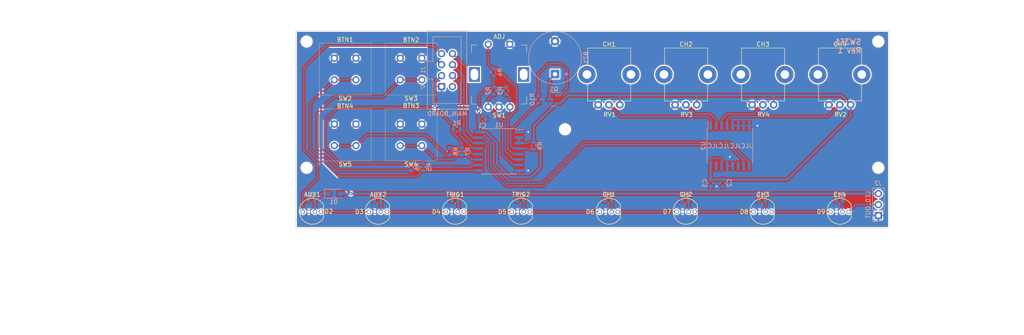
<source format=kicad_pcb>
(kicad_pcb (version 20211014) (generator pcbnew)
  (title_block (title "SW3F1 - Front Panel") (date "2022-11-05") (rev "1") (company "saawsm"))
  (layers (0 "F.Cu" signal) (31 "B.Cu" signal) (34 "B.Paste" user) (35 "F.Paste" user) (36 "B.SilkS" user "B.Silkscreen") (37 "F.SilkS" user "F.Silkscreen") (38 "B.Mask" user) (39 "F.Mask" user) (44 "Edge.Cuts" user))
  (net 0 "")
  (net 1 "Net-(BZ1-Pad1)")
  (net 2 "GND")
  (net 3 "+3.3V")
  (net 4 "/ENC_B")
  (net 5 "/ENC_A")
  (net 6 "+5V")
  (net 7 "Net-(D2-Pad1)")
  (net 8 "/LED_DATA")
  (net 9 "Net-(D4-Pad1)")
  (net 10 "Net-(D6-Pad1)")
  (net 12 "/~{INT}")
  (net 13 "/SCL")
  (net 14 "/SDA")
  (net 15 "Net-(Q1-Pad1)")
  (net 16 "/ENC_SW")
  (net 17 "/BTN1")
  (net 18 "/BTN2")
  (net 19 "/BTN3")
  (net 20 "/BTN4")
  (net 21 "/BUZZER")
  (net 22 "Net-(RV1-Pad2)")
  (net 23 "Net-(RV2-Pad2)")
  (net 24 "Net-(RV3-Pad2)")
  (net 25 "Net-(RV4-Pad2)")
  (net 28 "Net-(D3-Pad1)")
  (net 29 "Net-(D5-Pad1)")
  (net 30 "Net-(D7-Pad1)")
  (net 31 "Net-(C4-Pad2)")
  (net 32 "Net-(D8-Pad1)")
  (net 33 "Net-(D9-Pad1)")
  (footprint "SaawLib:WS2812D-F5" (layer "F.Cu") (at 156.21 124.46)
    (fp_text reference "D6")
    (fp_text value "CH1")
  )
  (footprint "SaawLib:WS2812D-F5" (layer "F.Cu") (at 173.99 124.46)
    (fp_text reference "D7")
    (fp_text value "CH2")
  )
  (footprint "SaawLib:D6C" (layer "F.Cu") (at 110.49 91.44)
    (fp_text reference "SW3")
    (fp_text value "BTN2")
  )
  (footprint "MountingHole:MountingHole_2.2mm_M2" (layer "F.Cu") (at 146.05 105.41)
    (fp_text reference "H5")
    (fp_text value "MountingHole")
  )
  (footprint "SaawLib:Potentiometer_Bourns_PTV09A-1_Single_Vertical" (layer "F.Cu") (at 156.21 92.71)
    (fp_text reference "RV1")
    (fp_text value "CH1")
  )
  (footprint "SaawLib:D6C" (layer "F.Cu") (at 95.25 91.44)
    (fp_text reference "SW2")
    (fp_text value "BTN1")
  )
  (footprint "SaawLib:Potentiometer_Bourns_PTV09A-1_Single_Vertical" (layer "F.Cu") (at 191.77 92.71)
    (fp_text reference "RV4")
    (fp_text value "CH3")
  )
  (footprint "SaawLib:D6C" (layer "F.Cu") (at 110.49 106.68)
    (fp_text reference "SW4")
    (fp_text value "BTN3")
  )
  (footprint "SaawLib:Potentiometer_Bourns_PTV09A-1_Single_Vertical" (layer "F.Cu") (at 209.55 92.71)
    (fp_text reference "RV2")
    (fp_text value "CH4")
  )
  (footprint "SaawLib:D6C" (layer "F.Cu") (at 95.25 106.68)
    (fp_text reference "SW5")
    (fp_text value "BTN4")
  )
  (footprint "SaawLib:WS2812D-F5" (layer "F.Cu") (at 135.89 124.46)
    (fp_text reference "D5")
    (fp_text value "TRIG2")
  )
  (footprint "SaawLib:WS2812D-F5" (layer "F.Cu") (at 102.87 124.46)
    (fp_text reference "D3")
    (fp_text value "AUX2")
  )
  (footprint "SaawLib:WS2812D-F5" (layer "F.Cu") (at 191.77 124.46)
    (fp_text reference "D8")
    (fp_text value "CH3")
  )
  (footprint "MountingHole:MountingHole_2.2mm_M2" (layer "F.Cu") (at 218.44 85.09)
    (fp_text reference "H2")
    (fp_text value "MountingHole")
  )
  (footprint "MountingHole:MountingHole_2.2mm_M2" (layer "F.Cu") (at 218.44 114.3)
    (fp_text reference "H3")
    (fp_text value "MountingHole")
  )
  (footprint "SaawLib:WS2812D-F5" (layer "F.Cu") (at 120.65 124.46)
    (fp_text reference "D4")
    (fp_text value "TRIG1")
  )
  (footprint "MountingHole:MountingHole_2.2mm_M2" (layer "F.Cu") (at 86.36 85.09)
    (fp_text reference "H1")
    (fp_text value "MountingHole")
  )
  (footprint "SaawLib:Rotary_Encoder_Switched_PEC11R" (layer "F.Cu") (at 130.81 92.71)
    (fp_text reference "SW1")
    (fp_text value "PEC11R-42xxK-S0024")
  )
  (footprint "MountingHole:MountingHole_2.2mm_M2" (layer "F.Cu") (at 86.36 114.3)
    (fp_text reference "H4")
    (fp_text value "MountingHole")
  )
  (footprint "SaawLib:Potentiometer_Bourns_PTV09A-1_Single_Vertical" (layer "F.Cu") (at 173.99 92.71)
    (fp_text reference "RV3")
    (fp_text value "CH2")
  )
  (footprint "SaawLib:WS2812D-F5" (layer "F.Cu") (at 87.63 124.46)
    (fp_text reference "D2")
    (fp_text value "AUX1")
  )
  (footprint "SaawLib:WS2812D-F5" (layer "F.Cu") (at 209.55 124.46)
    (fp_text reference "D9")
    (fp_text value "CH4")
  )
  (footprint "Diode_SMD:D_SOD-123F" (layer "B.Cu") (at 92.71 120.278576)
    (fp_text reference "D1")
    (fp_text value "MBR120")
  )
  (footprint "Capacitor_SMD:C_0603_1608Metric" (layer "B.Cu") (at 135.75 121.92)
    (fp_text reference "C7")
    (fp_text value "100nF")
  )
  (footprint "Package_TO_SOT_SMD:SOT-23" (layer "B.Cu") (at 143.51 98.472885 180)
    (fp_text reference "Q1")
    (fp_text value "DMG2301L-7")
  )
  (footprint "Resistor_SMD:R_0603_1608Metric" (layer "B.Cu") (at 132.434218 96.460964 -90)
    (fp_text reference "R3")
    (fp_text value "10K")
  )
  (footprint "Capacitor_SMD:C_0603_1608Metric" (layer "B.Cu") (at 126.949397 103.047109)
    (fp_text reference "C1")
    (fp_text value locked "100nF")
  )
  (footprint "Connector_PinHeader_2.54mm:PinHeader_1x03_P2.54mm_Vertical" (layer "B.Cu") (at 218.462727 125.358576)
    (fp_text reference "J2")
    (fp_text value "LED_OUT")
  )
  (footprint "Capacitor_SMD:C_0603_1608Metric" (layer "B.Cu") (at 156.07 121.92)
    (fp_text reference "C8")
    (fp_text value "100nF")
  )
  (footprint "Resistor_SMD:R_0603_1608Metric" (layer "B.Cu") (at 139.884372 98.472885 90)
    (fp_text reference "R10")
    (fp_text value "100")
  )
  (footprint "Resistor_SMD:R_0603_1608Metric" (layer "B.Cu") (at 110.49 114.11 90)
    (fp_text reference locked "R6")
    (fp_text value "10K")
  )
  (footprint "Resistor_SMD:R_0603_1608Metric" (layer "B.Cu") (at 122.210201 110.49 90)
    (fp_text reference "R7")
    (fp_text value "10K")
  )
  (footprint "Capacitor_SMD:C_0603_1608Metric" (layer "B.Cu") (at 179.705 117.825783 -90)
    (fp_text reference "C3")
    (fp_text value "10uF")
  )
  (footprint "Resistor_SMD:R_0603_1608Metric" (layer "B.Cu") (at 119.38 110.49 90)
    (fp_text reference "R8")
    (fp_text value "10K")
  )
  (footprint "Capacitor_SMD:C_0603_1608Metric" (layer "B.Cu") (at 191.63 121.92)
    (fp_text reference "C10")
    (fp_text value "100nF")
  )
  (footprint "Capacitor_SMD:C_0603_1608Metric" (layer "B.Cu") (at 209.41 121.92)
    (fp_text reference "C11")
    (fp_text value "100nF")
  )
  (footprint "Capacitor_SMD:C_0603_1608Metric" (layer "B.Cu") (at 182.516864 117.825783 -90)
    (fp_text reference "C2")
    (fp_text value "100nF")
  )
  (footprint "Package_SO:SOIC-16W_7.5x10.3mm_P1.27mm" (layer "B.Cu") (at 130.81 110.49 180)
    (fp_text reference "U1")
    (fp_text value "PCF8574")
  )
  (footprint "Resistor_SMD:R_0603_1608Metric" (layer "B.Cu") (at 129.578669 96.460963 -90)
    (fp_text reference "R2")
    (fp_text value "10K")
  )
  (footprint "Capacitor_SMD:C_0603_1608Metric" (layer "B.Cu") (at 120.65 121.92)
    (fp_text reference "C6")
    (fp_text value "100nF")
  )
  (footprint "Connector_IDC:IDC-Header_2x04_P2.54mm_Vertical" (layer "B.Cu") (at 117.523459 95.504362)
    (fp_text reference "J1")
    (fp_text value "MAIN_BOARD")
  )
  (footprint "Capacitor_SMD:C_0603_1608Metric" (layer "B.Cu") (at 87.49 121.92)
    (fp_text reference "C4")
    (fp_text value "100nF")
  )
  (footprint "Resistor_SMD:R_0603_1608Metric" (layer "B.Cu") (at 121.022562 105.41 180)
    (fp_text reference "R1")
    (fp_text value "10K")
  )
  (footprint "Buzzer_Beeper:Buzzer_12x9.5RM7.6" (layer "B.Cu") (at 143.734937 92.623858 90)
    (fp_text reference "BZ1")
    (fp_text value "Buzzer")
  )
  (footprint "Capacitor_SMD:C_0603_1608Metric" (layer "B.Cu") (at 173.85 121.92)
    (fp_text reference "C9")
    (fp_text value "100nF")
  )
  (footprint "Package_SO:SOIC-16W_7.5x10.3mm_P1.27mm" (layer "B.Cu") (at 184.15 109.22 -90)
    (fp_text reference "U2")
    (fp_text value "PCF8591")
  )
  (footprint "Capacitor_SMD:C_0603_1608Metric" (layer "B.Cu") (at 102.73 121.92)
    (fp_text reference "C5")
    (fp_text value "100nF")
  )
  (footprint "Resistor_SMD:R_0603_1608Metric" (layer "B.Cu") (at 129.54 92.199039 90)
    (fp_text reference "R4")
    (fp_text value "10K")
  )
  (footprint "Resistor_SMD:R_0603_1608Metric" (layer "B.Cu") (at 113.216978 114.11 90)
    (fp_text reference "R5")
    (fp_text value "10K")
  )
  (footprint "Resistor_SMD:R_0603_1608Metric" (layer "B.Cu") (at 138.826184 109.22 90)
    (fp_text reference "R9")
    (fp_text value "10K")
  )
  (gr_rect locked (start 83.82 82.55) (end 220.98 128.269999) (layer "Edge.Cuts") (width 0.1) (fill none))
  (gr_text "JLCJLCJLCJLC" (at 184.15 109.22) (layer "B.SilkS") (effects (font (size 1 1)) (justify mirror)))
  (gr_text "SW3F1\nRev 1" (at 214.63 86.157498) (layer "B.SilkS") (effects (font (size 1.25 1.25) (thickness 0.25)) (justify left mirror)))
  (segment locked (start 143.734937 92.623858) (end 142.5725 93.786295) (width 0.5) (layer "B.Cu") (net 1))
  (segment locked (start 142.5725 93.786295) (end 142.5725 98.472885) (width 0.5) (layer "B.Cu") (net 1))
  (via locked (at 181.104328 118.600783) (size 0.8) (drill 0.4) (layers "F.Cu" "B.Cu") (net 2))
  (via locked (at 137.553998 114.935) (size 0.8) (drill 0.4) (layers "F.Cu" "B.Cu") (net 2))
  (via locked (at 137.553998 106.043852) (size 0.8) (drill 0.4) (layers "F.Cu" "B.Cu") (net 2))
  (via locked (at 190.5 104.57) (size 0.8) (drill 0.4) (layers "F.Cu" "B.Cu") (net 2))
  (via locked (at 184.15 111.76) (size 0.8) (drill 0.4) (layers "F.Cu" "B.Cu") (net 2))
  (segment locked (start 125.329896 100.33) (end 126.16 101.160104) (width 0.5) (layer "F.Cu") (net 3))
  (segment locked (start 115.959672 100.33) (end 125.329896 100.33) (width 0.5) (layer "F.Cu") (net 3))
  (via locked (at 115.959672 100.33) (size 0.8) (drill 0.4) (layers "F.Cu" "B.Cu") (net 3))
  (via locked (at 126.16 101.165517) (size 0.8) (drill 0.4) (layers "F.Cu" "B.Cu") (net 3))
  (segment locked (start 138.165965 116.51085) (end 140.39223 114.284585) (width 0.5) (layer "B.Cu") (net 3))
  (segment locked (start 158.655512 97.544587) (end 176.498659 97.544587) (width 0.5) (layer "B.Cu") (net 3))
  (segment locked (start 129.54 95.597294) (end 129.578669 95.635963) (width 0.3) (layer "B.Cu") (net 3))
  (segment locked (start 94.090021 113.285) (end 90.573427 109.768406) (width 0.3) (layer "B.Cu") (net 3))
  (segment locked (start 212.05 102.361364) (end 212.05 99.71) (width 0.5) (layer "B.Cu") (net 3))
  (segment locked (start 115.959672 100.332704) (end 120.197562 104.570594) (width 0.3) (layer "B.Cu") (net 3))
  (segment locked (start 130.336654 113.458801) (end 133.388703 116.51085) (width 0.5) (layer "B.Cu") (net 3))
  (segment locked (start 140.39223 114.284585) (end 140.39223 109.961046) (width 0.5) (layer "B.Cu") (net 3))
  (segment locked (start 129.54 93.024039) (end 129.54 95.597294) (width 0.3) (layer "B.Cu") (net 3))
  (segment locked (start 197.360581 117.050783) (end 212.05 102.361364) (width 0.5) (layer "B.Cu") (net 3))
  (segment locked (start 90.573427 103.36876) (end 92.780134 101.162053) (width 0.3) (layer "B.Cu") (net 3))
  (segment locked (start 144.4475 99.422885) (end 144.896931 99.422885) (width 0.5) (layer "B.Cu") (net 3))
  (segment locked (start 144.022022 99.422885) (end 138.826184 104.618723) (width 0.5) (layer "B.Cu") (net 3))
  (segment locked (start 130.336654 108.563139) (end 130.336654 113.458801) (width 0.5) (layer "B.Cu") (net 3))
  (segment locked (start 115.959672 94.528149) (end 115.959672 100.33) (width 0.5) (layer "B.Cu") (net 3))
  (segment locked (start 92.780134 101.162053) (end 93.612187 100.33) (width 0.3) (layer "B.Cu") (net 3))
  (segment locked (start 127.818515 106.045) (end 130.336654 108.563139) (width 0.5) (layer "B.Cu") (net 3))
  (segment locked (start 126.622107 106.045) (end 127.818515 106.045) (width 0.5) (layer "B.Cu") (net 3))
  (segment locked (start 137.274459 108.581702) (end 135.463298 108.581702) (width 0.3) (layer "B.Cu") (net 3))
  (segment locked (start 182.516864 117.050783) (end 197.360581 117.050783) (width 0.5) (layer "B.Cu") (net 3))
  (segment locked (start 137.461547 108.394614) (end 137.274459 108.581702) (width 0.3) (layer "B.Cu") (net 3))
  (segment locked (start 179.705 117.050783) (end 179.705 113.87) (width 0.5) (layer "B.Cu") (net 3))
  (segment locked (start 179.710819 113.402074) (end 179.710819 112.548401) (width 0.3) (layer "B.Cu") (net 3))
  (segment locked (start 120.197562 105.41) (end 120.197562 106.305727) (width 0.3) (layer "B.Cu") (net 3))
  (segment locked (start 129.578669 95.635963) (end 132.434218 95.635964) (width 0.3) (layer "B.Cu") (net 3))
  (segment locked (start 133.388703 116.51085) (end 138.165965 116.51085) (width 0.5) (layer "B.Cu") (net 3))
  (segment locked (start 158.71 97.599075) (end 158.655512 97.544587) (width 0.5) (layer "B.Cu") (net 3))
  (segment locked (start 110.49 113.285) (end 94.090021 113.285) (width 0.3) (layer "B.Cu") (net 3))
  (segment locked (start 158.71 99.71) (end 158.71 97.599075) (width 0.5) (layer "B.Cu") (net 3))
  (segment locked (start 194.27 97.550368) (end 194.275781 97.544587) (width 0.5) (layer "B.Cu") (net 3))
  (segment locked (start 117.523459 92.964362) (end 115.959672 94.528149) (width 0.5) (layer "B.Cu") (net 3))
  (segment locked (start 176.49 99.71) (end 176.49 97.553246) (width 0.5) (layer "B.Cu") (net 3))
  (segment locked (start 209.884587 97.544587) (end 212.05 99.71) (width 0.5) (layer "B.Cu") (net 3))
  (segment locked (start 176.49 97.553246) (end 176.498659 97.544587) (width 0.5) (layer "B.Cu") (net 3))
  (segment locked (start 176.498659 97.544587) (end 194.275781 97.544587) (width 0.5) (layer "B.Cu") (net 3))
  (segment locked (start 180.172991 112.086229) (end 181.8071 112.086229) (width 0.3) (layer "B.Cu") (net 3))
  (segment locked (start 140.39223 109.961046) (end 138.826184 108.395) (width 0.5) (layer "B.Cu") (net 3))
  (segment locked (start 110.49 113.285) (end 113.216978 113.285) (width 0.3) (layer "B.Cu") (net 3))
  (segment locked (start 138.825798 108.394614) (end 138.826184 108.395) (width 0.3) (layer "B.Cu") (net 3))
  (segment locked (start 182.245 112.524129) (end 182.245 113.87) (width 0.3) (layer "B.Cu") (net 3))
  (segment locked (start 119.408229 109.655267) (end 122.23843 109.655267) (width 0.3) (layer "B.Cu") (net 3))
  (segment locked (start 138.826184 104.618723) (end 138.826184 108.395) (width 0.5) (layer "B.Cu") (net 3))
  (segment locked (start 182.516864 117.050783) (end 179.705 117.050783) (width 0.5) (layer "B.Cu") (net 3))
  (segment locked (start 194.27 99.71) (end 194.27 97.550368) (width 0.5) (layer "B.Cu") (net 3))
  (segment locked (start 144.896931 99.422885) (end 146.775229 97.544587) (width 0.5) (layer "B.Cu") (net 3))
  (segment locked (start 122.210201 108.318366) (end 122.210201 109.665) (width 0.3) (layer "B.Cu") (net 3))
  (segment locked (start 179.710819 112.548401) (end 180.172991 112.086229) (width 0.3) (layer "B.Cu") (net 3))
  (segment locked (start 120.197562 106.305727) (end 122.210201 108.318366) (width 0.3) (layer "B.Cu") (net 3))
  (segment locked (start 128.170905 95.635963) (end 126.16 97.646868) (width 0.3) (layer "B.Cu") (net 3))
  (segment locked (start 126.16 97.646868) (end 126.16 101.165517) (width 0.3) (layer "B.Cu") (net 3))
  (segment locked (start 135.46 107.315) (end 135.46 108.585) (width 0.5) (layer "B.Cu") (net 3))
  (segment locked (start 146.775229 97.544587) (end 158.655512 97.544587) (width 0.5) (layer "B.Cu") (net 3))
  (segment locked (start 93.612187 100.33) (end 115.959672 100.33) (width 0.3) (layer "B.Cu") (net 3))
  (segment locked (start 137.461547 108.394614) (end 138.825798 108.394614) (width 0.3) (layer "B.Cu") (net 3))
  (segment locked (start 120.197562 104.570594) (end 120.197562 105.41) (width 0.3) (layer "B.Cu") (net 3))
  (segment locked (start 90.573427 109.768406) (end 90.573427 103.36876) (width 0.3) (layer "B.Cu") (net 3))
  (segment locked (start 126.16 101.165517) (end 126.16 106.045) (width 0.5) (layer "B.Cu") (net 3))
  (segment locked (start 194.275781 97.544587) (end 209.884587 97.544587) (width 0.5) (layer "B.Cu") (net 3))
  (segment locked (start 129.578669 95.635963) (end 128.170905 95.635963) (width 0.3) (layer "B.Cu") (net 3))
  (segment locked (start 181.8071 112.086229) (end 182.245 112.524129) (width 0.3) (layer "B.Cu") (net 3))
  (segment locked (start 133.365431 98.105548) (end 133.365431 100.154569) (width 0.3) (layer "B.Cu") (net 4))
  (segment locked (start 132.545847 97.285964) (end 133.365431 98.105548) (width 0.3) (layer "B.Cu") (net 4))
  (segment locked (start 132.243653 102.629372) (end 132.243653 110.529724) (width 0.3) (layer "B.Cu") (net 4))
  (segment locked (start 132.434218 97.285964) (end 132.545847 97.285964) (width 0.3) (layer "B.Cu") (net 4))
  (segment locked (start 133.31 101.563025) (end 132.243653 102.629372) (width 0.3) (layer "B.Cu") (net 4))
  (segment locked (start 133.31 100.21) (end 133.31 101.563025) (width 0.3) (layer "B.Cu") (net 4))
  (segment locked (start 132.243653 110.529724) (end 134.108929 112.395) (width 0.3) (layer "B.Cu") (net 4))
  (segment locked (start 134.108929 112.395) (end 135.46 112.395) (width 0.3) (layer "B.Cu") (net 4))
  (segment locked (start 134.071113 113.665) (end 135.46 113.665) (width 0.3) (layer "B.Cu") (net 5))
  (segment locked (start 128.31 100.21) (end 131.644152 103.544152) (width 0.3) (layer "B.Cu") (net 5))
  (segment locked (start 129.470539 97.285963) (end 128.31 98.446502) (width 0.3) (layer "B.Cu") (net 5))
  (segment locked (start 129.578669 97.285963) (end 129.470539 97.285963) (width 0.3) (layer "B.Cu") (net 5))
  (segment locked (start 131.644152 103.544152) (end 131.644152 111.238039) (width 0.3) (layer "B.Cu") (net 5))
  (segment locked (start 131.644152 111.238039) (end 134.071113 113.665) (width 0.3) (layer "B.Cu") (net 5))
  (segment locked (start 128.31 98.446502) (end 128.31 100.21) (width 0.3) (layer "B.Cu") (net 5))
  (segment locked (start 89.711223 89.000477) (end 89.711223 113.469799) (width 0.5) (layer "F.Cu") (net 6))
  (segment locked (start 113.966767 86.86767) (end 91.84403 86.86767) (width 0.5) (layer "F.Cu") (net 6))
  (segment locked (start 117.523459 90.424362) (end 113.966767 86.86767) (width 0.5) (layer "F.Cu") (net 6))
  (segment locked (start 91.84403 86.86767) (end 89.711223 89.000477) (width 0.5) (layer "F.Cu") (net 6))
  (segment locked (start 89.711223 113.469799) (end 96.52 120.278576) (width 0.5) (layer "F.Cu") (net 6))
  (via locked (at 96.52 120.278576) (size 0.8) (drill 0.4) (layers "F.Cu" "B.Cu") (net 6))
  (segment locked (start 103.505 121.92) (end 103.505 120.287376) (width 0.5) (layer "B.Cu") (net 6))
  (segment locked (start 192.42692 120.278576) (end 209.357265 120.278576) (width 0.5) (layer "B.Cu") (net 6))
  (segment locked (start 192.405 120.300496) (end 192.42692 120.278576) (width 0.5) (layer "B.Cu") (net 6))
  (segment locked (start 156.845 121.92) (end 156.845 124.46) (width 0.5) (layer "B.Cu") (net 6))
  (segment locked (start 103.505 121.92) (end 103.505 124.46) (width 0.5) (layer "B.Cu") (net 6))
  (segment locked (start 121.425 121.92) (end 121.425 120.326666) (width 0.5) (layer "B.Cu") (net 6))
  (segment locked (start 174.625 120.280216) (end 174.62336 120.278576) (width 0.5) (layer "B.Cu") (net 6))
  (segment locked (start 174.62336 120.278576) (end 192.42692 120.278576) (width 0.5) (layer "B.Cu") (net 6))
  (segment locked (start 121.425 120.326666) (end 121.47309 120.278576) (width 0.5) (layer "B.Cu") (net 6))
  (segment locked (start 136.525 121.92) (end 136.525 124.46) (width 0.5) (layer "B.Cu") (net 6))
  (segment locked (start 121.425 121.92) (end 121.425 124.32) (width 0.5) (layer "B.Cu") (net 6))
  (segment locked (start 210.185 121.92) (end 210.185 124.46) (width 0.3) (layer "B.Cu") (net 6))
  (segment locked (start 103.505 120.287376) (end 103.4962 120.278576) (width 0.5) (layer "B.Cu") (net 6))
  (segment locked (start 156.857356 120.278576) (end 136.552879 120.278576) (width 0.5) (layer "B.Cu") (net 6))
  (segment locked (start 192.405 121.92) (end 192.405 120.300496) (width 0.5) (layer "B.Cu") (net 6))
  (segment locked (start 103.4962 120.278576) (end 96.52 120.278576) (width 0.5) (layer "B.Cu") (net 6))
  (segment locked (start 136.525 121.92) (end 136.525 120.306455) (width 0.5) (layer "B.Cu") (net 6))
  (segment locked (start 210.182995 120.27963) (end 210.185 120.281635) (width 0.5) (layer "B.Cu") (net 6))
  (segment locked (start 192.405 121.92) (end 192.405 124.46) (width 0.3) (layer "B.Cu") (net 6))
  (segment locked (start 218.462727 120.278576) (end 209.357265 120.278576) (width 0.5) (layer "B.Cu") (net 6))
  (segment locked (start 156.845 121.92) (end 156.845 120.290932) (width 0.5) (layer "B.Cu") (net 6))
  (segment locked (start 174.625 121.92) (end 174.625 124.46) (width 0.5) (layer "B.Cu") (net 6))
  (segment locked (start 136.525 120.306455) (end 136.552879 120.278576) (width 0.5) (layer "B.Cu") (net 6))
  (segment locked (start 136.552879 120.278576) (end 121.47309 120.278576) (width 0.5) (layer "B.Cu") (net 6))
  (segment locked (start 156.21 120.278576) (end 174.62336 120.278576) (width 0.5) (layer "B.Cu") (net 6))
  (segment locked (start 174.625 121.92) (end 174.625 120.280216) (width 0.5) (layer "B.Cu") (net 6))
  (segment locked (start 94.11 120.278576) (end 96.52 120.278576) (width 0.5) (layer "B.Cu") (net 6))
  (segment locked (start 210.185 120.281635) (end 210.185 121.92) (width 0.5) (layer "B.Cu") (net 6))
  (segment locked (start 121.425 124.32) (end 121.285 124.46) (width 0.3) (layer "B.Cu") (net 6))
  (segment locked (start 121.47309 120.278576) (end 103.4962 120.278576) (width 0.5) (layer "B.Cu") (net 6))
  (segment locked (start 156.845 120.290932) (end 156.857356 120.278576) (width 0.5) (layer "B.Cu") (net 6))
  (segment locked (start 100.705 124.46) (end 89.665 124.46) (width 0.3) (layer "B.Cu") (net 7))
  (segment locked (start 115.7471 86.108003) (end 90.807007 86.108003) (width 0.3) (layer "B.Cu") (net 8))
  (segment locked (start 88.821284 113.285763) (end 88.821284 116.890454) (width 0.3) (layer "B.Cu") (net 8))
  (segment locked (start 85.465 120.246738) (end 85.465 124.46) (width 0.3) (layer "B.Cu") (net 8))
  (segment locked (start 85.70606 91.20895) (end 85.70606 110.170539) (width 0.3) (layer "B.Cu") (net 8))
  (segment locked (start 117.523459 87.884362) (end 115.7471 86.108003) (width 0.3) (layer "B.Cu") (net 8))
  (segment locked (start 88.821284 116.890454) (end 85.465 120.246738) (width 0.3) (layer "B.Cu") (net 8))
  (segment locked (start 90.807007 86.108003) (end 85.70606 91.20895) (width 0.3) (layer "B.Cu") (net 8))
  (segment locked (start 85.70606 110.170539) (end 88.821284 113.285763) (width 0.3) (layer "B.Cu") (net 8))
  (segment locked (start 133.725 124.46) (end 122.685 124.46) (width 0.3) (layer "B.Cu") (net 9))
  (segment locked (start 171.825 124.46) (end 158.245 124.46) (width 0.3) (layer "B.Cu") (net 10))
  (segment locked (start 121.847562 106.824641) (end 124.877921 109.855) (width 0.3) (layer "B.Cu") (net 12))
  (segment locked (start 120.063459 92.964362) (end 121.847562 94.748465) (width 0.3) (layer "B.Cu") (net 12))
  (segment locked (start 124.877921 109.855) (end 126.16 109.855) (width 0.3) (layer "B.Cu") (net 12))
  (segment locked (start 121.847562 94.748465) (end 121.847562 106.824641) (width 0.3) (layer "B.Cu") (net 12))
  (segment locked (start 183.697745 108.967307) (end 187.325 112.594562) (width 0.3) (layer "B.Cu") (net 13))
  (segment locked (start 141.022428 118.496866) (end 150.551987 108.967307) (width 0.3) (layer "B.Cu") (net 13))
  (segment locked (start 122.685378 93.046281) (end 122.685378 106.491853) (width 0.3) (layer "B.Cu") (net 13))
  (segment locked (start 127.458036 108.585) (end 128.325877 109.452841) (width 0.3) (layer "B.Cu") (net 13))
  (segment locked (start 124.778525 108.585) (end 126.16 108.585) (width 0.3) (layer "B.Cu") (net 13))
  (segment locked (start 126.16 108.585) (end 127.458036 108.585) (width 0.3) (layer "B.Cu") (net 13))
  (segment locked (start 128.325878 114.308009) (end 132.514736 118.496867) (width 0.3) (layer "B.Cu") (net 13))
  (segment locked (start 122.685378 106.491853) (end 124.778525 108.585) (width 0.3) (layer "B.Cu") (net 13))
  (segment locked (start 132.514736 118.496867) (end 141.022428 118.496866) (width 0.3) (layer "B.Cu") (net 13))
  (segment locked (start 120.063459 90.424362) (end 122.685378 93.046281) (width 0.3) (layer "B.Cu") (net 13))
  (segment locked (start 187.325 112.594562) (end 187.325 113.87) (width 0.3) (layer "B.Cu") (net 13))
  (segment locked (start 150.551987 108.967307) (end 183.697745 108.967307) (width 0.3) (layer "B.Cu") (net 13))
  (segment locked (start 128.325877 109.452841) (end 128.325878 114.308009) (width 0.3) (layer "B.Cu") (net 13))
  (segment locked (start 188.595 113.01674) (end 183.946066 108.367806) (width 0.3) (layer "B.Cu") (net 14))
  (segment locked (start 150.303665 108.367807) (end 140.774106 117.897366) (width 0.3) (layer "B.Cu") (net 14))
  (segment locked (start 123.341807 105.82625) (end 124.830557 107.315) (width 0.3) (layer "B.Cu") (net 14))
  (segment locked (start 120.063459 87.884362) (end 123.341807 91.16271) (width 0.3) (layer "B.Cu") (net 14))
  (segment locked (start 128.925378 114.059687) (end 128.925378 109.196093) (width 0.3) (layer "B.Cu") (net 14))
  (segment locked (start 132.763057 117.897366) (end 128.925378 114.059687) (width 0.3) (layer "B.Cu") (net 14))
  (segment locked (start 124.830557 107.315) (end 126.16 107.315) (width 0.3) (layer "B.Cu") (net 14))
  (segment locked (start 123.341807 91.16271) (end 123.341807 105.82625) (width 0.3) (layer "B.Cu") (net 14))
  (segment locked (start 128.925378 109.196093) (end 127.044285 107.315) (width 0.3) (layer "B.Cu") (net 14))
  (segment locked (start 127.044285 107.315) (end 126.16 107.315) (width 0.3) (layer "B.Cu") (net 14))
  (segment locked (start 140.774106 117.897366) (end 132.763057 117.897366) (width 0.3) (layer "B.Cu") (net 14))
  (segment locked (start 183.946066 108.367806) (end 150.303665 108.367807) (width 0.3) (layer "B.Cu") (net 14))
  (segment locked (start 188.595 113.87) (end 188.595 113.01674) (width 0.3) (layer "B.Cu") (net 14))
  (segment locked (start 144.888705 97.522885) (end 144.4475 97.522885) (width 0.3) (layer "B.Cu") (net 15))
  (segment locked (start 139.884372 97.647885) (end 139.884372 92.525628) (width 0.3) (layer "B.Cu") (net 15))
  (segment locked (start 146.578246 91.570968) (end 146.578246 95.833344) (width 0.3) (layer "B.Cu") (net 15))
  (segment locked (start 146.578246 95.833344) (end 144.888705 97.522885) (width 0.3) (layer "B.Cu") (net 15))
  (segment locked (start 139.884372 92.525628) (end 142.24 90.17) (width 0.3) (layer "B.Cu") (net 15))
  (segment locked (start 142.24 90.17) (end 145.177278 90.17) (width 0.3) (layer "B.Cu") (net 15))
  (segment locked (start 145.177278 90.17) (end 146.578246 91.570968) (width 0.3) (layer "B.Cu") (net 15))
  (segment locked (start 132.843154 109.87827) (end 134.089884 111.125) (width 0.3) (layer "B.Cu") (net 16))
  (segment locked (start 129.433635 91.374039) (end 128.31 90.250404) (width 0.3) (layer "B.Cu") (net 16))
  (segment locked (start 130.425857 91.374039) (end 134.856124 95.804306) (width 0.3) (layer "B.Cu") (net 16))
  (segment locked (start 134.089884 111.125) (end 135.46 111.125) (width 0.3) (layer "B.Cu") (net 16))
  (segment locked (start 134.856124 100.865429) (end 132.843154 102.878399) (width 0.3) (layer "B.Cu") (net 16))
  (segment locked (start 132.843154 102.878399) (end 132.843154 109.87827) (width 0.3) (layer "B.Cu") (net 16))
  (segment locked (start 129.54 91.374039) (end 130.425857 91.374039) (width 0.3) (layer "B.Cu") (net 16))
  (segment locked (start 134.856124 95.804306) (end 134.856124 100.865429) (width 0.3) (layer "B.Cu") (net 16))
  (segment locked (start 129.54 91.374039) (end 129.433635 91.374039) (width 0.3) (layer "B.Cu") (net 16))
  (segment locked (start 128.31 90.250404) (end 128.31 85.71) (width 0.3) (layer "B.Cu") (net 16))
  (segment locked (start 87.265891 109.933978) (end 93.600098 116.268185) (width 0.3) (layer "B.Cu") (net 17))
  (segment locked (start 92.75 93.94) (end 87.265891 99.424109) (width 0.3) (layer "B.Cu") (net 17))
  (segment locked (start 111.799096 116.268185) (end 113.132281 114.935) (width 0.3) (layer "B.Cu") (net 17))
  (segment locked (start 92.75 93.94) (end 97.75 93.94) (width 0.3) (layer "B.Cu") (net 17))
  (segment locked (start 87.265891 99.424109) (end 87.265891 109.933978) (width 0.3) (layer "B.Cu") (net 17))
  (segment locked (start 93.600098 116.268185) (end 111.799096 116.268185) (width 0.3) (layer "B.Cu") (net 17))
  (segment locked (start 113.216978 114.935) (end 126.16 114.935) (width 0.3) (layer "B.Cu") (net 17))
  (segment locked (start 113.132281 114.935) (end 113.216978 114.935) (width 0.3) (layer "B.Cu") (net 17))
  (segment locked (start 126.16 113.665) (end 124.744189 113.665) (width 0.3) (layer "B.Cu") (net 18))
  (segment locked (start 104.037973 97.892027) (end 107.99 93.94) (width 0.3) (layer "B.Cu") (net 18))
  (segment locked (start 124.744189 113.665) (end 124.279973 114.129216) (width 0.3) (layer "B.Cu") (net 18))
  (segment locked (start 88.815522 101.684478) (end 92.607973 97.892027) (width 0.3) (layer "B.Cu") (net 18))
  (segment locked (start 110.49 114.935) (end 93.963728 114.935) (width 0.3) (layer "B.Cu") (net 18))
  (segment locked (start 92.607973 97.892027) (end 104.037973 97.892027) (width 0.3) (layer "B.Cu") (net 18))
  (segment locked (start 88.815522 109.786794) (end 88.815522 101.684478) (width 0.3) (layer "B.Cu") (net 18))
  (segment locked (start 110.5895 114.935) (end 110.49 114.935) (width 0.3) (layer "B.Cu") (net 18))
  (segment locked (start 107.99 93.94) (end 112.99 93.94) (width 0.3) (layer "B.Cu") (net 18))
  (segment locked (start 93.963728 114.935) (end 88.815522 109.786794) (width 0.3) (layer "B.Cu") (net 18))
  (segment locked (start 124.279973 114.129216) (end 111.395284 114.129216) (width 0.3) (layer "B.Cu") (net 18))
  (segment locked (start 111.395284 114.129216) (end 110.5895 114.935) (width 0.3) (layer "B.Cu") (net 18))
  (segment locked (start 124.504002 112.395) (end 126.16 112.395) (width 0.3) (layer "B.Cu") (net 19))
  (segment locked (start 121.317853 111.315) (end 122.210201 111.315) (width 0.3) (layer "B.Cu") (net 19))
  (segment locked (start 123.424002 111.315) (end 124.504002 112.395) (width 0.3) (layer "B.Cu") (net 19))
  (segment locked (start 116.139515 112.329515) (end 120.303338 112.329515) (width 0.3) (layer "B.Cu") (net 19))
  (segment locked (start 120.303338 112.329515) (end 121.317853 111.315) (width 0.3) (layer "B.Cu") (net 19))
  (segment locked (start 112.99 109.18) (end 116.139515 112.329515) (width 0.3) (layer "B.Cu") (net 19))
  (segment locked (start 122.210201 111.315) (end 123.424002 111.315) (width 0.3) (layer "B.Cu") (net 19))
  (segment locked (start 107.99 109.18) (end 112.99 109.18) (width 0.3) (layer "B.Cu") (net 19))
  (segment locked (start 120.203583 111.315) (end 119.38 111.315) (width 0.3) (layer "B.Cu") (net 20))
  (segment locked (start 126.16 111.125) (end 124.77936 111.125) (width 0.3) (layer "B.Cu") (net 20))
  (segment locked (start 100.256707 106.673293) (end 97.75 109.18) (width 0.3) (layer "B.Cu") (net 20))
  (segment locked (start 121.028583 110.49) (end 120.203583 111.315) (width 0.3) (layer "B.Cu") (net 20))
  (segment locked (start 113.854746 106.673293) (end 100.256707 106.673293) (width 0.3) (layer "B.Cu") (net 20))
  (segment locked (start 118.496453 111.315) (end 113.854746 106.673293) (width 0.3) (layer "B.Cu") (net 20))
  (segment locked (start 97.75 109.18) (end 92.75 109.18) (width 0.3) (layer "B.Cu") (net 20))
  (segment locked (start 124.14436 110.49) (end 121.028583 110.49) (width 0.3) (layer "B.Cu") (net 20))
  (segment locked (start 124.77936 111.125) (end 124.14436 110.49) (width 0.3) (layer "B.Cu") (net 20))
  (segment locked (start 119.38 111.315) (end 118.496453 111.315) (width 0.3) (layer "B.Cu") (net 20))
  (segment locked (start 135.46 109.855) (end 134.116569 109.855) (width 0.3) (layer "B.Cu") (net 21))
  (segment locked (start 137.483558 110.045385) (end 138.825799 110.045385) (width 0.3) (layer "B.Cu") (net 21))
  (segment locked (start 133.476595 109.215026) (end 133.476595 105.647667) (width 0.3) (layer "B.Cu") (net 21))
  (segment locked (start 139.826377 99.297885) (end 139.884372 99.297885) (width 0.3) (layer "B.Cu") (net 21))
  (segment locked (start 134.116569 109.855) (end 133.476595 109.215026) (width 0.3) (layer "B.Cu") (net 21))
  (segment locked (start 137.293173 109.855) (end 137.483558 110.045385) (width 0.3) (layer "B.Cu") (net 21))
  (segment locked (start 133.476595 105.647667) (end 139.826377 99.297885) (width 0.3) (layer "B.Cu") (net 21))
  (segment locked (start 138.825799 110.045385) (end 138.826184 110.045) (width 0.3) (layer "B.Cu") (net 21))
  (segment locked (start 135.46 109.855) (end 137.293173 109.855) (width 0.3) (layer "B.Cu") (net 21))
  (segment locked (start 179.705 103.212271) (end 178.967857 102.475128) (width 0.3) (layer "B.Cu") (net 22))
  (segment locked (start 178.967857 102.475128) (end 158.975128 102.475128) (width 0.3) (layer "B.Cu") (net 22))
  (segment locked (start 158.975128 102.475128) (end 156.21 99.71) (width 0.3) (layer "B.Cu") (net 22))
  (segment locked (start 179.705 104.57) (end 179.705 103.212271) (width 0.3) (layer "B.Cu") (net 22))
  (segment locked (start 184.24177 102.457028) (end 183.515 103.183798) (width 0.3) (layer "B.Cu") (net 23))
  (segment locked (start 206.802972 102.457028) (end 184.24177 102.457028) (width 0.3) (layer "B.Cu") (net 23))
  (segment locked (start 209.55 99.71) (end 206.802972 102.457028) (width 0.3) (layer "B.Cu") (net 23))
  (segment locked (start 183.515 103.183798) (end 183.515 104.57) (width 0.3) (layer "B.Cu") (net 23))
  (segment locked (start 180.975 103.204165) (end 180.975 104.57) (width 0.3) (layer "B.Cu") (net 24))
  (segment locked (start 173.99 99.71) (end 176.155128 101.875128) (width 0.3) (layer "B.Cu") (net 24))
  (segment locked (start 179.645963 101.875128) (end 180.975 103.204165) (width 0.3) (layer "B.Cu") (net 24))
  (segment locked (start 176.155128 101.875128) (end 179.645963 101.875128) (width 0.3) (layer "B.Cu") (net 24))
  (segment locked (start 183.601507 101.857527) (end 182.245 103.214034) (width 0.3) (layer "B.Cu") (net 25))
  (segment locked (start 189.622473 101.857527) (end 183.601507 101.857527) (width 0.3) (layer "B.Cu") (net 25))
  (segment locked (start 182.245 103.214034) (end 182.245 104.57) (width 0.3) (layer "B.Cu") (net 25))
  (segment locked (start 191.77 99.71) (end 189.622473 101.857527) (width 0.3) (layer "B.Cu") (net 25))
  (segment locked (start 118.485 124.46) (end 104.905 124.46) (width 0.3) (layer "B.Cu") (net 28))
  (segment locked (start 154.045 124.46) (end 137.925 124.46) (width 0.3) (layer "B.Cu") (net 29))
  (segment locked (start 176.025 124.46) (end 189.605 124.46) (width 0.3) (layer "B.Cu") (net 30))
  (segment locked (start 91.31 120.278576) (end 89.906424 120.278576) (width 0.5) (layer "B.Cu") (net 31))
  (segment locked (start 89.906424 120.278576) (end 88.265 121.92) (width 0.5) (layer "B.Cu") (net 31))
  (segment locked (start 88.265 124.46) (end 88.265 121.92) (width 0.5) (layer "B.Cu") (net 31))
  (segment locked (start 193.805 124.46) (end 207.385 124.46) (width 0.3) (layer "B.Cu") (net 32))
  (segment locked (start 211.585 124.46) (end 213.226424 122.818576) (width 0.3) (layer "B.Cu") (net 33))
  (segment locked (start 213.226424 122.818576) (end 218.462727 122.818576) (width 0.3) (layer "B.Cu") (net 33))
  (zone locked (net 2) (net_name "GND") (layers F&B.Cu) (connect_pads (clearance 0.3)) (min_thickness 0.3) (fill yes (thermal_gap 0.3) (thermal_bridge_width 0.3))
    (polygon (pts (xy 223.52 130.81) (xy 81.28 130.81) (xy 81.28 80.01) (xy 223.52 80.01)))
  )
)
</source>
